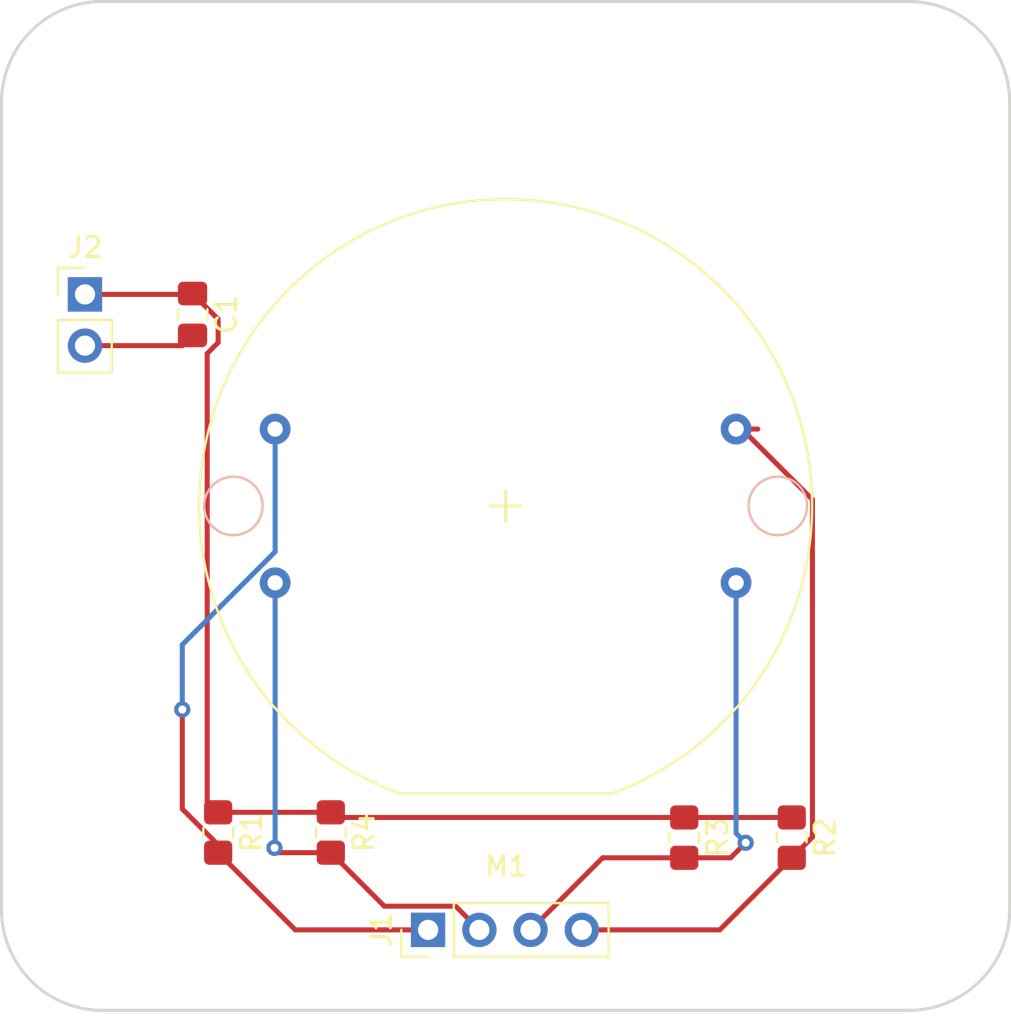
<source format=kicad_pcb>
(kicad_pcb (version 20211014) (generator pcbnew)
  (layers (0 "F.Cu" signal) (31 "B.Cu" signal) (34 "B.Paste" user) (35 "F.Paste" user) (36 "B.SilkS" user "B.Silkscreen") (37 "F.SilkS" user "F.Silkscreen") (38 "B.Mask" user) (39 "F.Mask" user) (44 "Edge.Cuts" user))
  (net 0 "")
  (net 1 "+5V")
  (net 2 "Earth")
  (net 3 "Net-(J1-Pad1)")
  (net 4 "Net-(J1-Pad2)")
  (net 5 "Net-(J1-Pad3)")
  (net 6 "Net-(J1-Pad4)")
  (footprint "Motors:Motor_x27-166" (layer "F.Cu") (at 125 75)
    (fp_text reference "M1" (at 0.03 17.85) (layer "F.SilkS"))
    (fp_text value "x27_Stepper")
    (fp_text user "+" (at 0 -0.15 unlocked) (layer "F.SilkS") (effects (font (size 2 2))))
    (fp_circle (center -13.5 0) (end -14.95 0) (layer "B.SilkS") (width 0.12) (fill none))
    (fp_circle (center 13.5 0) (end 12.05 0) (layer "B.SilkS") (width 0.12) (fill none))
    (fp_line (start 5.289376 14.25) (end -5.289376 14.25) (layer "F.SilkS") (width 0.12))
    (fp_arc (start -5.289376 14.25) (mid 0.00375 -15.199999) (end 5.282345 14.252608) (layer "F.SilkS") (width 0.12))
    (pad "" np_thru_hole circle (at -13.5 0) (size 1.85 1.85) (drill 1.85) (layers *.Cu *.Mask))
    (pad "" np_thru_hole circle (at 0 -10) (size 4.3 4.3) (drill 4.3) (layers *.Cu *.Mask))
    (pad "" np_thru_hole circle (at -9 9) (size 2.8 2.8) (drill 2.8) (layers *.Cu *.Mask))
    (pad "" np_thru_hole circle (at 13.5 0) (size 2 2) (drill 2) (layers *.Cu *.Mask))
    (pad "1" thru_hole circle (at -11.43 -3.81) (size 1.524 1.524) (drill 0.762) (layers *.Cu *.Mask) (net 3 "Net-(J1-Pad1)"))
    (pad "2" thru_hole circle (at -11.43 3.81) (size 1.524 1.524) (drill 0.762) (layers *.Cu *.Mask) (net 4 "Net-(J1-Pad2)"))
    (pad "3" thru_hole circle (at 11.43 3.81) (size 1.524 1.524) (drill 0.762) (layers *.Cu *.Mask) (net 5 "Net-(J1-Pad3)"))
    (pad "4" thru_hole circle (at 11.43 -3.81) (size 1.524 1.524) (drill 0.762) (layers *.Cu *.Mask) (net 6 "Net-(J1-Pad4)"))
  )
  (footprint "MountingHole:MountingHole_4.3mm_M4_ISO14580" (layer "F.Cu") (at 105 55)
    (fp_text reference "REF**" hide)
    (fp_text value "MountingHole_4.3mm_M4_ISO14580" hide)
    (pad "" np_thru_hole circle locked (at 0 0) (size 4.3 4.3) (drill 4.3) (layers *.Cu *.Mask))
  )
  (footprint "MountingHole:MountingHole_4.3mm_M4_ISO14580" (layer "F.Cu") (at 145 55)
    (fp_text reference "REF**" hide)
    (fp_text value "MountingHole_4.3mm_M4_ISO14580" hide)
    (pad "" np_thru_hole circle locked (at 0 0) (size 4.3 4.3) (drill 4.3) (layers *.Cu *.Mask))
  )
  (footprint "MountingHole:MountingHole_4.3mm_M4_ISO14580" (layer "F.Cu") (at 105 95)
    (fp_text reference "REF**" hide)
    (fp_text value "MountingHole_4.3mm_M4_ISO14580" hide)
    (pad "" np_thru_hole circle locked (at 0 0) (size 4.3 4.3) (drill 4.3) (layers *.Cu *.Mask))
  )
  (footprint "MountingHole:MountingHole_4.3mm_M4_ISO14580" (layer "F.Cu") (at 145 95)
    (fp_text reference "REF**" hide)
    (fp_text value "MountingHole_4.3mm_M4_ISO14580" hide)
    (pad "" np_thru_hole circle locked (at 0 0) (size 4.3 4.3) (drill 4.3) (layers *.Cu *.Mask))
  )
  (footprint "Resistor_SMD:R_0805_2012Metric_Pad1.20x1.40mm_HandSolder" (layer "F.Cu") (at 133.858 91.44 -90)
    (fp_text reference "R3" (at 0 -1.65 90) (layer "F.SilkS"))
    (fp_text value "10 K")
    (fp_line (start -0.227064 0.735) (end 0.227064 0.735) (layer "F.SilkS") (width 0.12))
    (fp_line (start -0.227064 -0.735) (end 0.227064 -0.735) (layer "F.SilkS") (width 0.12))
    (pad "1" smd roundrect (at -1 0 270) (size 1.2 1.4) (layers "F.Cu" "F.Paste" "F.Mask") (roundrect_rratio 0.208333) (net 1 "+5V"))
    (pad "2" smd roundrect (at 1 0 270) (size 1.2 1.4) (layers "F.Cu" "F.Paste" "F.Mask") (roundrect_rratio 0.208333) (net 5 "Net-(J1-Pad3)"))
  )
  (footprint "Resistor_SMD:R_0805_2012Metric_Pad1.20x1.40mm_HandSolder" (layer "F.Cu") (at 110.744 91.186 -90)
    (fp_text reference "R1" (at 0 -1.65 90) (layer "F.SilkS"))
    (fp_text value "10 K")
    (fp_line (start -0.227064 0.735) (end 0.227064 0.735) (layer "F.SilkS") (width 0.12))
    (fp_line (start -0.227064 -0.735) (end 0.227064 -0.735) (layer "F.SilkS") (width 0.12))
    (pad "1" smd roundrect (at -1 0 270) (size 1.2 1.4) (layers "F.Cu" "F.Paste" "F.Mask") (roundrect_rratio 0.208333) (net 1 "+5V"))
    (pad "2" smd roundrect (at 1 0 270) (size 1.2 1.4) (layers "F.Cu" "F.Paste" "F.Mask") (roundrect_rratio 0.208333) (net 3 "Net-(J1-Pad1)"))
  )
  (footprint "Connector_PinHeader_2.54mm:PinHeader_1x04_P2.54mm_Vertical" (layer "F.Cu") (at 121.158 96.012 90)
    (fp_text reference "J1" (at 0 -2.33 90) (layer "F.SilkS"))
    (fp_text value "Conn_01x04")
    (fp_line (start 1.33 1.27) (end 1.33 8.95) (layer "F.SilkS") (width 0.12))
    (fp_line (start -1.33 1.27) (end -1.33 8.95) (layer "F.SilkS") (width 0.12))
    (fp_line (start -1.33 8.95) (end 1.33 8.95) (layer "F.SilkS") (width 0.12))
    (fp_line (start -1.33 1.27) (end 1.33 1.27) (layer "F.SilkS") (width 0.12))
    (fp_line (start -1.33 0) (end -1.33 -1.33) (layer "F.SilkS") (width 0.12))
    (fp_line (start -1.33 -1.33) (end 0 -1.33) (layer "F.SilkS") (width 0.12))
    (pad "1" thru_hole rect (at 0 0 90) (size 1.7 1.7) (drill 1) (layers *.Cu *.Mask) (net 3 "Net-(J1-Pad1)"))
    (pad "2" thru_hole oval (at 0 2.54 90) (size 1.7 1.7) (drill 1) (layers *.Cu *.Mask) (net 4 "Net-(J1-Pad2)"))
    (pad "3" thru_hole oval (at 0 5.08 90) (size 1.7 1.7) (drill 1) (layers *.Cu *.Mask) (net 5 "Net-(J1-Pad3)"))
    (pad "4" thru_hole oval (at 0 7.62 90) (size 1.7 1.7) (drill 1) (layers *.Cu *.Mask) (net 6 "Net-(J1-Pad4)"))
  )
  (footprint "Resistor_SMD:R_0805_2012Metric_Pad1.20x1.40mm_HandSolder" (layer "F.Cu") (at 139.192 91.44 -90)
    (fp_text reference "R2" (at 0 -1.65 90) (layer "F.SilkS"))
    (fp_text value "10 K")
    (fp_line (start -0.227064 -0.735) (end 0.227064 -0.735) (layer "F.SilkS") (width 0.12))
    (fp_line (start -0.227064 0.735) (end 0.227064 0.735) (layer "F.SilkS") (width 0.12))
    (pad "1" smd roundrect (at -1 0 270) (size 1.2 1.4) (layers "F.Cu" "F.Paste" "F.Mask") (roundrect_rratio 0.208333) (net 1 "+5V"))
    (pad "2" smd roundrect (at 1 0 270) (size 1.2 1.4) (layers "F.Cu" "F.Paste" "F.Mask") (roundrect_rratio 0.208333) (net 6 "Net-(J1-Pad4)"))
  )
  (footprint "Connector_PinHeader_2.54mm:PinHeader_1x02_P2.54mm_Vertical" (layer "F.Cu") (at 104.14 64.516)
    (fp_text reference "J2" (at 0 -2.33) (layer "F.SilkS"))
    (fp_text value "5 V")
    (fp_line (start 1.33 1.27) (end 1.33 3.87) (layer "F.SilkS") (width 0.12))
    (fp_line (start -1.33 1.27) (end 1.33 1.27) (layer "F.SilkS") (width 0.12))
    (fp_line (start -1.33 3.87) (end 1.33 3.87) (layer "F.SilkS") (width 0.12))
    (fp_line (start -1.33 0) (end -1.33 -1.33) (layer "F.SilkS") (width 0.12))
    (fp_line (start -1.33 1.27) (end -1.33 3.87) (layer "F.SilkS") (width 0.12))
    (fp_line (start -1.33 -1.33) (end 0 -1.33) (layer "F.SilkS") (width 0.12))
    (pad "1" thru_hole rect (at 0 0) (size 1.7 1.7) (drill 1) (layers *.Cu *.Mask) (net 1 "+5V"))
    (pad "2" thru_hole oval (at 0 2.54) (size 1.7 1.7) (drill 1) (layers *.Cu *.Mask) (net 2 "Earth"))
  )
  (footprint "Resistor_SMD:R_0805_2012Metric_Pad1.20x1.40mm_HandSolder" (layer "F.Cu") (at 116.332 91.186 -90)
    (fp_text reference "R4" (at 0 -1.65 90) (layer "F.SilkS"))
    (fp_text value "10 K")
    (fp_line (start -0.227064 0.735) (end 0.227064 0.735) (layer "F.SilkS") (width 0.12))
    (fp_line (start -0.227064 -0.735) (end 0.227064 -0.735) (layer "F.SilkS") (width 0.12))
    (pad "1" smd roundrect (at -1 0 270) (size 1.2 1.4) (layers "F.Cu" "F.Paste" "F.Mask") (roundrect_rratio 0.208333) (net 1 "+5V"))
    (pad "2" smd roundrect (at 1 0 270) (size 1.2 1.4) (layers "F.Cu" "F.Paste" "F.Mask") (roundrect_rratio 0.208333) (net 4 "Net-(J1-Pad2)"))
  )
  (footprint "Capacitor_SMD:C_0805_2012Metric_Pad1.18x1.45mm_HandSolder" (layer "F.Cu") (at 109.474 65.5105 -90)
    (fp_text reference "C1" (at 0 -1.68 90) (layer "F.SilkS"))
    (fp_text value "10 nF")
    (fp_line (start -0.261252 0.735) (end 0.261252 0.735) (layer "F.SilkS") (width 0.12))
    (fp_line (start -0.261252 -0.735) (end 0.261252 -0.735) (layer "F.SilkS") (width 0.12))
    (pad "1" smd roundrect (at -1.0375 0 270) (size 1.175 1.45) (layers "F.Cu" "F.Paste" "F.Mask") (roundrect_rratio 0.212766) (net 1 "+5V"))
    (pad "2" smd roundrect (at 1.0375 0 270) (size 1.175 1.45) (layers "F.Cu" "F.Paste" "F.Mask") (roundrect_rratio 0.212766) (net 2 "Earth"))
  )
  (gr_arc (start 105 100) (mid 101.464466 98.535534) (end 100 95) (layer "Edge.Cuts") (width 0.15))
  (gr_line (start 105 100) (end 145 100) (layer "Edge.Cuts") (width 0.15))
  (gr_line (start 105 50) (end 145 50) (layer "Edge.Cuts") (width 0.15))
  (gr_arc (start 145 50) (mid 148.535534 51.464466) (end 150 55) (layer "Edge.Cuts") (width 0.15))
  (gr_arc (start 100 55) (mid 101.464466 51.464466) (end 105 50) (layer "Edge.Cuts") (width 0.15))
  (gr_line (start 150 55) (end 150 95) (layer "Edge.Cuts") (width 0.15))
  (gr_line (start 100 55) (end 100 95) (layer "Edge.Cuts") (width 0.15))
  (gr_arc (start 150 95) (mid 148.535534 98.535534) (end 145 100) (layer "Edge.Cuts") (width 0.15))
  (segment (start 110.744 90.186) (end 110.199999 89.641999) (width 0.25) (layer "F.Cu") (net 1))
  (segment (start 109.431 64.516) (end 109.474 64.473) (width 0.25) (layer "F.Cu") (net 1))
  (segment (start 104.14 64.516) (end 109.431 64.516) (width 0.25) (layer "F.Cu") (net 1))
  (segment (start 116.332 90.186) (end 110.744 90.186) (width 0.25) (layer "F.Cu") (net 1))
  (segment (start 110.199999 89.641999) (end 110.199999 67.447674) (width 0.25) (layer "F.Cu") (net 1))
  (segment (start 110.744 65.743) (end 109.474 64.473) (width 0.25) (layer "F.Cu") (net 1))
  (segment (start 139.192 90.44) (end 133.858 90.44) (width 0.25) (layer "F.Cu") (net 1))
  (segment (start 116.586 90.44) (end 116.332 90.186) (width 0.25) (layer "F.Cu") (net 1))
  (segment (start 110.744 66.903673) (end 110.744 65.743) (width 0.25) (layer "F.Cu") (net 1))
  (segment (start 133.858 90.44) (end 116.586 90.44) (width 0.25) (layer "F.Cu") (net 1))
  (segment (start 110.199999 67.447674) (end 110.744 66.903673) (width 0.25) (layer "F.Cu") (net 1))
  (segment (start 104.14 67.056) (end 108.966 67.056) (width 0.25) (layer "F.Cu") (net 2))
  (segment (start 108.966 67.056) (end 109.474 66.548) (width 0.25) (layer "F.Cu") (net 2))
  (segment (start 110.744 91.799173) (end 108.966 90.021173) (width 0.25) (layer "F.Cu") (net 3))
  (segment (start 110.744 92.186) (end 110.744 91.799173) (width 0.25) (layer "F.Cu") (net 3))
  (segment (start 114.57 96.012) (end 121.158 96.012) (width 0.25) (layer "F.Cu") (net 3))
  (segment (start 110.744 92.186) (end 114.57 96.012) (width 0.25) (layer "F.Cu") (net 3))
  (segment (start 108.966 90.021173) (end 108.966 85.09) (width 0.25) (layer "F.Cu") (net 3))
  (via (at 108.966 85.09) (size 0.8) (drill 0.4) (layers "F.Cu" "B.Cu") (net 3))
  (segment (start 113.57 77.272749) (end 113.57 71.19) (width 0.25) (layer "B.Cu") (net 3))
  (segment (start 108.966 81.876749) (end 113.57 77.272749) (width 0.25) (layer "B.Cu") (net 3))
  (segment (start 108.966 85.09) (end 108.966 81.876749) (width 0.25) (layer "B.Cu") (net 3))
  (segment (start 122.523 94.837) (end 118.983 94.837) (width 0.25) (layer "F.Cu") (net 4))
  (segment (start 123.698 96.012) (end 122.523 94.837) (width 0.25) (layer "F.Cu") (net 4))
  (segment (start 116.332 92.186) (end 113.776 92.186) (width 0.25) (layer "F.Cu") (net 4))
  (segment (start 113.776 92.186) (end 113.538 91.948) (width 0.25) (layer "F.Cu") (net 4))
  (segment (start 118.983 94.837) (end 116.332 92.186) (width 0.25) (layer "F.Cu") (net 4))
  (via (at 113.538 91.948) (size 0.8) (drill 0.4) (layers "F.Cu" "B.Cu") (net 4))
  (segment (start 113.57 91.916) (end 113.57 78.81) (width 0.25) (layer "B.Cu") (net 4))
  (segment (start 113.538 91.948) (end 113.57 91.916) (width 0.25) (layer "B.Cu") (net 4))
  (segment (start 126.238 96.012) (end 129.81 92.44) (width 0.25) (layer "F.Cu") (net 5))
  (segment (start 136.16 92.44) (end 136.906 91.694) (width 0.25) (layer "F.Cu") (net 5))
  (segment (start 133.858 92.44) (end 136.16 92.44) (width 0.25) (layer "F.Cu") (net 5))
  (segment (start 129.81 92.44) (end 133.858 92.44) (width 0.25) (layer "F.Cu") (net 5))
  (via (at 136.906 91.694) (size 0.8) (drill 0.4) (layers "F.Cu" "B.Cu") (net 5))
  (segment (start 136.906 91.694) (end 136.43 91.218) (width 0.25) (layer "B.Cu") (net 5))
  (segment (start 136.43 91.218) (end 136.43 78.81) (width 0.25) (layer "B.Cu") (net 5))
  (segment (start 139.192 92.44) (end 140.217 91.415) (width 0.25) (layer "F.Cu") (net 6))
  (segment (start 128.778 96.012) (end 135.62 96.012) (width 0.25) (layer "F.Cu") (net 6))
  (segment (start 140.217 74.685) (end 136.722 71.19) (width 0.25) (layer "F.Cu") (net 6))
  (segment (start 136.722 71.19) (end 136.43 71.19) (width 0.25) (layer "F.Cu") (net 6))
  (segment (start 135.62 96.012) (end 139.192 92.44) (width 0.25) (layer "F.Cu") (net 6))
  (segment (start 137.50763 71.19) (end 136.43 71.19) (width 0.25) (layer "F.Cu") (net 6))
  (segment (start 140.217 91.415) (end 140.217 74.685) (width 0.25) (layer "F.Cu") (net 6))
)
</source>
